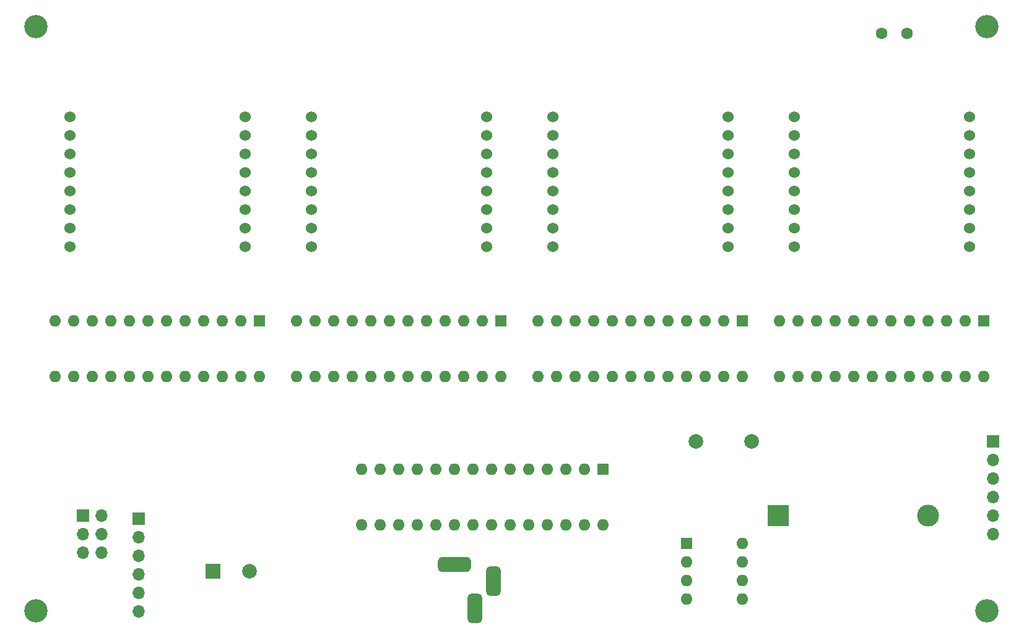
<source format=gbr>
%TF.GenerationSoftware,KiCad,Pcbnew,(6.0.5-0)*%
%TF.CreationDate,2022-07-17T16:53:03-04:00*%
%TF.ProjectId,YWS_clock,5957535f-636c-46f6-936b-2e6b69636164,rev?*%
%TF.SameCoordinates,PX4b17a20PY8a12ae0*%
%TF.FileFunction,Soldermask,Bot*%
%TF.FilePolarity,Negative*%
%FSLAX46Y46*%
G04 Gerber Fmt 4.6, Leading zero omitted, Abs format (unit mm)*
G04 Created by KiCad (PCBNEW (6.0.5-0)) date 2022-07-17 16:53:03*
%MOMM*%
%LPD*%
G01*
G04 APERTURE LIST*
G04 Aperture macros list*
%AMRoundRect*
0 Rectangle with rounded corners*
0 $1 Rounding radius*
0 $2 $3 $4 $5 $6 $7 $8 $9 X,Y pos of 4 corners*
0 Add a 4 corners polygon primitive as box body*
4,1,4,$2,$3,$4,$5,$6,$7,$8,$9,$2,$3,0*
0 Add four circle primitives for the rounded corners*
1,1,$1+$1,$2,$3*
1,1,$1+$1,$4,$5*
1,1,$1+$1,$6,$7*
1,1,$1+$1,$8,$9*
0 Add four rect primitives between the rounded corners*
20,1,$1+$1,$2,$3,$4,$5,0*
20,1,$1+$1,$4,$5,$6,$7,0*
20,1,$1+$1,$6,$7,$8,$9,0*
20,1,$1+$1,$8,$9,$2,$3,0*%
G04 Aperture macros list end*
%ADD10R,1.700000X1.700000*%
%ADD11O,1.700000X1.700000*%
%ADD12C,2.000000*%
%ADD13R,1.600000X1.600000*%
%ADD14O,1.600000X1.600000*%
%ADD15R,2.000000X2.000000*%
%ADD16C,3.200000*%
%ADD17C,1.524000*%
%ADD18C,1.600000*%
%ADD19R,3.000000X3.000000*%
%ADD20C,3.000000*%
%ADD21RoundRect,0.500000X1.750000X0.500000X-1.750000X0.500000X-1.750000X-0.500000X1.750000X-0.500000X0*%
%ADD22RoundRect,0.500000X-0.500000X1.500000X-0.500000X-1.500000X0.500000X-1.500000X0.500000X1.500000X0*%
G04 APERTURE END LIST*
D10*
%TO.C,J4*%
X12700000Y17780000D03*
D11*
X15240000Y17780000D03*
X12700000Y15240000D03*
X15240000Y15240000D03*
X12700000Y12700000D03*
X15240000Y12700000D03*
%TD*%
D12*
%TO.C,TP2*%
X96520000Y27940000D03*
%TD*%
%TO.C,TP1*%
X104140000Y27940000D03*
%TD*%
D13*
%TO.C,U5*%
X135895000Y44440000D03*
D14*
X133355000Y44440000D03*
X130815000Y44440000D03*
X128275000Y44440000D03*
X125735000Y44440000D03*
X123195000Y44440000D03*
X120655000Y44440000D03*
X118115000Y44440000D03*
X115575000Y44440000D03*
X113035000Y44440000D03*
X110495000Y44440000D03*
X107955000Y44440000D03*
X107955000Y36820000D03*
X110495000Y36820000D03*
X113035000Y36820000D03*
X115575000Y36820000D03*
X118115000Y36820000D03*
X120655000Y36820000D03*
X123195000Y36820000D03*
X125735000Y36820000D03*
X128275000Y36820000D03*
X130815000Y36820000D03*
X133355000Y36820000D03*
X135895000Y36820000D03*
%TD*%
D15*
%TO.C,BZ1*%
X30480000Y10160000D03*
D12*
X35480000Y10160000D03*
%TD*%
D16*
%TO.C,H4*%
X136260000Y4780000D03*
%TD*%
D13*
%TO.C,U3*%
X95260000Y13960000D03*
D14*
X95260000Y11420000D03*
X95260000Y8880000D03*
X95260000Y6340000D03*
X102880000Y6340000D03*
X102880000Y8880000D03*
X102880000Y11420000D03*
X102880000Y13960000D03*
%TD*%
D17*
%TO.C,D4*%
X76900000Y72390000D03*
X76900000Y69850000D03*
X76900000Y67310000D03*
X76900000Y64770000D03*
X76900000Y62230000D03*
X76900000Y59690000D03*
X76900000Y57150000D03*
X76900000Y54610000D03*
X100900000Y54610000D03*
X100900000Y57150000D03*
X100900000Y59690000D03*
X100900000Y62230000D03*
X100900000Y64770000D03*
X100900000Y67310000D03*
X100900000Y69850000D03*
X100900000Y72390000D03*
%TD*%
D10*
%TO.C,J3*%
X137160000Y27940000D03*
D11*
X137160000Y25400000D03*
X137160000Y22860000D03*
X137160000Y20320000D03*
X137160000Y17780000D03*
X137160000Y15240000D03*
%TD*%
D17*
%TO.C,D2*%
X10860000Y72390000D03*
X10860000Y69850000D03*
X10860000Y67310000D03*
X10860000Y64770000D03*
X10860000Y62230000D03*
X10860000Y59690000D03*
X10860000Y57150000D03*
X10860000Y54610000D03*
X34860000Y54610000D03*
X34860000Y57150000D03*
X34860000Y59690000D03*
X34860000Y62230000D03*
X34860000Y64770000D03*
X34860000Y67310000D03*
X34860000Y69850000D03*
X34860000Y72390000D03*
%TD*%
D16*
%TO.C,H2*%
X136260000Y84780000D03*
%TD*%
D18*
%TO.C,R14*%
X121920000Y83820000D03*
X125320000Y83820000D03*
%TD*%
D16*
%TO.C,H3*%
X6260000Y4780000D03*
%TD*%
D13*
%TO.C,U2*%
X83820000Y24120000D03*
D14*
X81280000Y24120000D03*
X78740000Y24120000D03*
X76200000Y24120000D03*
X73660000Y24120000D03*
X71120000Y24120000D03*
X68580000Y24120000D03*
X66040000Y24120000D03*
X63500000Y24120000D03*
X60960000Y24120000D03*
X58420000Y24120000D03*
X55880000Y24120000D03*
X53340000Y24120000D03*
X50800000Y24120000D03*
X50800000Y16500000D03*
X53340000Y16500000D03*
X55880000Y16500000D03*
X58420000Y16500000D03*
X60960000Y16500000D03*
X63500000Y16500000D03*
X66040000Y16500000D03*
X68580000Y16500000D03*
X71120000Y16500000D03*
X73660000Y16500000D03*
X76200000Y16500000D03*
X78740000Y16500000D03*
X81280000Y16500000D03*
X83820000Y16500000D03*
%TD*%
D16*
%TO.C,H1*%
X6260000Y84780000D03*
%TD*%
D17*
%TO.C,D5*%
X43880000Y72390000D03*
X43880000Y69850000D03*
X43880000Y67310000D03*
X43880000Y64770000D03*
X43880000Y62230000D03*
X43880000Y59690000D03*
X43880000Y57150000D03*
X43880000Y54610000D03*
X67880000Y54610000D03*
X67880000Y57150000D03*
X67880000Y59690000D03*
X67880000Y62230000D03*
X67880000Y64770000D03*
X67880000Y67310000D03*
X67880000Y69850000D03*
X67880000Y72390000D03*
%TD*%
D10*
%TO.C,J1*%
X20320000Y17355000D03*
D11*
X20320000Y14815000D03*
X20320000Y12275000D03*
X20320000Y9735000D03*
X20320000Y7195000D03*
X20320000Y4655000D03*
%TD*%
D13*
%TO.C,U4*%
X36835000Y44440000D03*
D14*
X34295000Y44440000D03*
X31755000Y44440000D03*
X29215000Y44440000D03*
X26675000Y44440000D03*
X24135000Y44440000D03*
X21595000Y44440000D03*
X19055000Y44440000D03*
X16515000Y44440000D03*
X13975000Y44440000D03*
X11435000Y44440000D03*
X8895000Y44440000D03*
X8895000Y36820000D03*
X11435000Y36820000D03*
X13975000Y36820000D03*
X16515000Y36820000D03*
X19055000Y36820000D03*
X21595000Y36820000D03*
X24135000Y36820000D03*
X26675000Y36820000D03*
X29215000Y36820000D03*
X31755000Y36820000D03*
X34295000Y36820000D03*
X36835000Y36820000D03*
%TD*%
D13*
%TO.C,U6*%
X102875000Y44440000D03*
D14*
X100335000Y44440000D03*
X97795000Y44440000D03*
X95255000Y44440000D03*
X92715000Y44440000D03*
X90175000Y44440000D03*
X87635000Y44440000D03*
X85095000Y44440000D03*
X82555000Y44440000D03*
X80015000Y44440000D03*
X77475000Y44440000D03*
X74935000Y44440000D03*
X74935000Y36820000D03*
X77475000Y36820000D03*
X80015000Y36820000D03*
X82555000Y36820000D03*
X85095000Y36820000D03*
X87635000Y36820000D03*
X90175000Y36820000D03*
X92715000Y36820000D03*
X95255000Y36820000D03*
X97795000Y36820000D03*
X100335000Y36820000D03*
X102875000Y36820000D03*
%TD*%
D19*
%TO.C,BT1*%
X107766314Y17779983D03*
D20*
X128256314Y17779983D03*
%TD*%
D13*
%TO.C,U7*%
X69855000Y44440000D03*
D14*
X67315000Y44440000D03*
X64775000Y44440000D03*
X62235000Y44440000D03*
X59695000Y44440000D03*
X57155000Y44440000D03*
X54615000Y44440000D03*
X52075000Y44440000D03*
X49535000Y44440000D03*
X46995000Y44440000D03*
X44455000Y44440000D03*
X41915000Y44440000D03*
X41915000Y36820000D03*
X44455000Y36820000D03*
X46995000Y36820000D03*
X49535000Y36820000D03*
X52075000Y36820000D03*
X54615000Y36820000D03*
X57155000Y36820000D03*
X59695000Y36820000D03*
X62235000Y36820000D03*
X64775000Y36820000D03*
X67315000Y36820000D03*
X69855000Y36820000D03*
%TD*%
D17*
%TO.C,D3*%
X109920000Y72390000D03*
X109920000Y69850000D03*
X109920000Y67310000D03*
X109920000Y64770000D03*
X109920000Y62230000D03*
X109920000Y59690000D03*
X109920000Y57150000D03*
X109920000Y54610000D03*
X133920000Y54610000D03*
X133920000Y57150000D03*
X133920000Y59690000D03*
X133920000Y62230000D03*
X133920000Y64770000D03*
X133920000Y67310000D03*
X133920000Y69850000D03*
X133920000Y72390000D03*
%TD*%
D21*
%TO.C,J2*%
X63500000Y11120000D03*
D22*
X68800000Y8820000D03*
X66300000Y5120000D03*
%TD*%
M02*

</source>
